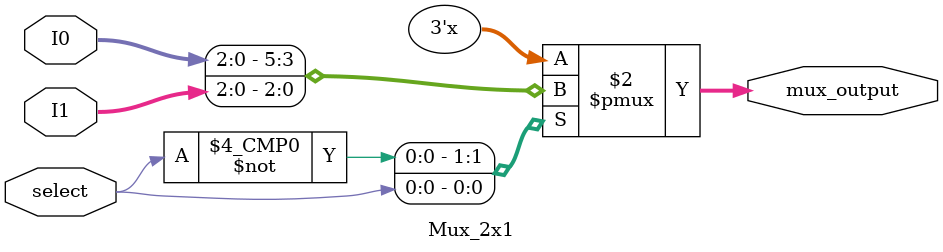
<source format=v>
module Mux_2x1 (select, I0, I1, mux_output);
	
	
	
	input select;
	input  [2:0] I0, I1;
	output reg [2:0] mux_output;
	
	always @(*)
		begin
			case (select)
				
				0:	mux_output = I0;
				1:	mux_output = I1;
			
			endcase
		end
endmodule
	
</source>
